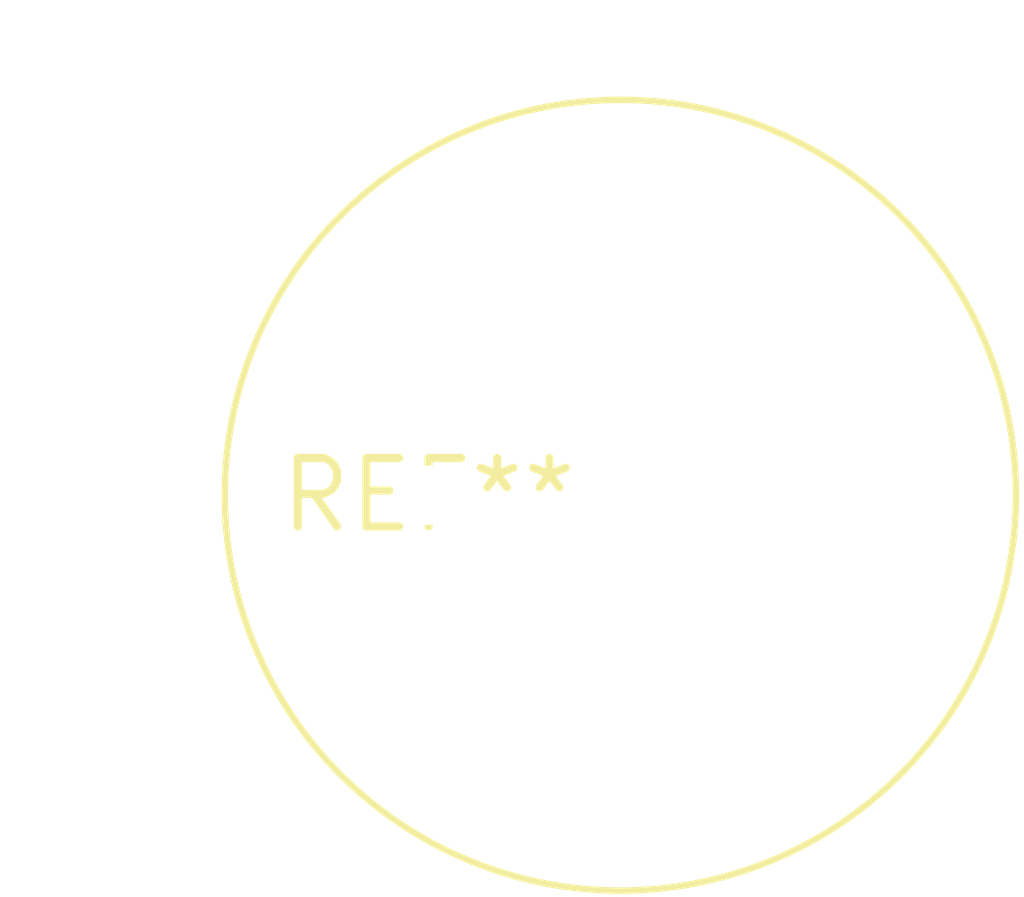
<source format=kicad_pcb>
(kicad_pcb (version 20240108) (generator pcbnew)
  (layers (0 "F.Cu" signal) (31 "B.Cu" signal) (34 "B.Paste" user) (35 "F.Paste" user) (36 "B.SilkS" user "B.Silkscreen") (37 "F.SilkS" user "F.Silkscreen") (38 "B.Mask" user) (39 "F.Mask" user) (44 "Edge.Cuts" user))
  (net 0 "")
  (footprint "TO-8-2_Window" (layer "F.Cu") (at 0 0)
    (property "Reference" "REF**")
    (property "Value" "TO-8-2_Window")
    (fp_circle (center 3.55 0) (end 10.87 0) (layer "F.SilkS") (stroke (width 0.12)) (fill none))
    (pad "1" thru_hole oval (at 0 0) (size 2.1 1.6) (drill 1.1) (layers *.Cu *.Mask) (remove_unused_layers))
    (pad "2" thru_hole oval (at 7.1 0) (size 1.6 1.6) (drill 1.1) (layers *.Cu *.Mask) (remove_unused_layers))
  )
)
</source>
